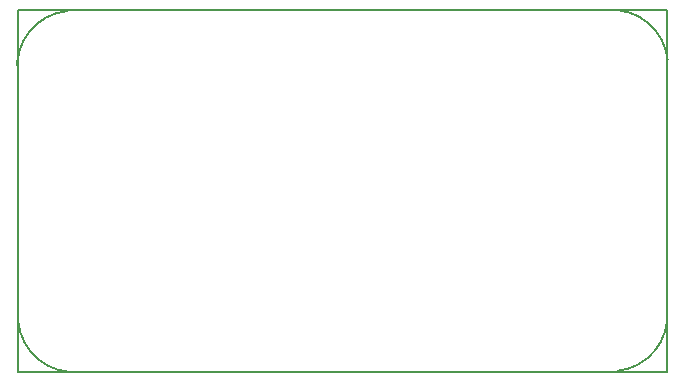
<source format=gko>
G04*
G04 #@! TF.GenerationSoftware,Altium Limited,Altium Designer,19.0.15 (446)*
G04*
G04 Layer_Color=16711935*
%FSLAX24Y24*%
%MOIN*%
G70*
G01*
G75*
%ADD10C,0.0079*%
D10*
X20000Y30D02*
G03*
X21650Y2050I-185J1835D01*
G01*
X21670Y10400D02*
G03*
X19650Y12050I-1835J-185D01*
G01*
X1650Y12020D02*
G03*
X0Y10000I185J-1835D01*
G01*
X30Y1650D02*
G03*
X2050Y0I1835J185D01*
G01*
X0Y12050D02*
X21654D01*
Y0D02*
Y12008D01*
X0Y0D02*
Y12008D01*
Y0D02*
X21654D01*
M02*

</source>
